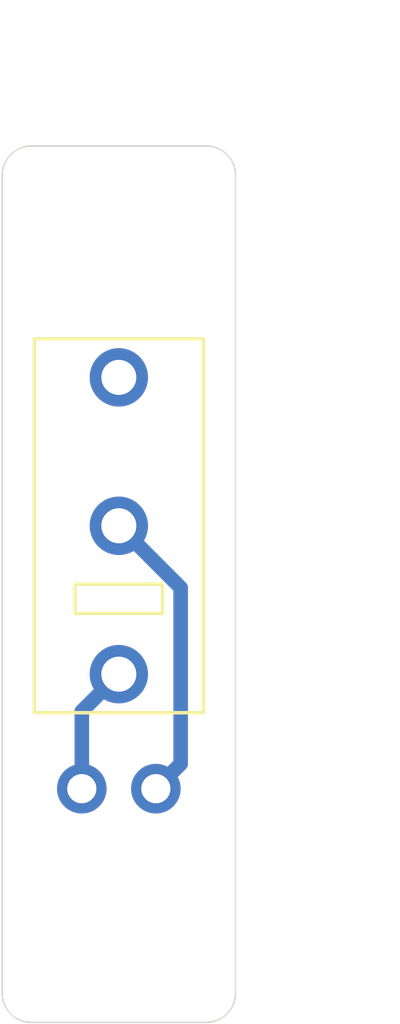
<source format=kicad_pcb>
(kicad_pcb (version 20171130) (host pcbnew "(5.1.10)-1")

  (general
    (thickness 1.6)
    (drawings 10)
    (tracks 5)
    (zones 0)
    (modules 4)
    (nets 4)
  )

  (page A4)
  (layers
    (0 F.Cu signal)
    (31 B.Cu signal)
    (32 B.Adhes user)
    (33 F.Adhes user)
    (34 B.Paste user)
    (35 F.Paste user)
    (36 B.SilkS user)
    (37 F.SilkS user)
    (38 B.Mask user)
    (39 F.Mask user)
    (40 Dwgs.User user)
    (41 Cmts.User user)
    (42 Eco1.User user)
    (43 Eco2.User user)
    (44 Edge.Cuts user)
    (45 Margin user)
    (46 B.CrtYd user)
    (47 F.CrtYd user)
    (48 B.Fab user)
    (49 F.Fab user)
  )

  (setup
    (last_trace_width 0.4)
    (user_trace_width 0.4)
    (trace_clearance 0.2)
    (zone_clearance 0.508)
    (zone_45_only no)
    (trace_min 0.2)
    (via_size 0.8)
    (via_drill 0.4)
    (via_min_size 0.4)
    (via_min_drill 0.3)
    (uvia_size 0.3)
    (uvia_drill 0.1)
    (uvias_allowed no)
    (uvia_min_size 0.2)
    (uvia_min_drill 0.1)
    (edge_width 0.05)
    (segment_width 0.2)
    (pcb_text_width 0.3)
    (pcb_text_size 1.5 1.5)
    (mod_edge_width 0.12)
    (mod_text_size 1 1)
    (mod_text_width 0.15)
    (pad_size 1.524 1.524)
    (pad_drill 0.762)
    (pad_to_mask_clearance 0)
    (aux_axis_origin 0 0)
    (visible_elements FFFFFF7F)
    (pcbplotparams
      (layerselection 0x010fc_ffffffff)
      (usegerberextensions true)
      (usegerberattributes true)
      (usegerberadvancedattributes false)
      (creategerberjobfile false)
      (excludeedgelayer true)
      (linewidth 0.100000)
      (plotframeref false)
      (viasonmask false)
      (mode 1)
      (useauxorigin false)
      (hpglpennumber 1)
      (hpglpenspeed 20)
      (hpglpendiameter 15.000000)
      (psnegative false)
      (psa4output false)
      (plotreference true)
      (plotvalue false)
      (plotinvisibletext false)
      (padsonsilk false)
      (subtractmaskfromsilk true)
      (outputformat 1)
      (mirror false)
      (drillshape 0)
      (scaleselection 1)
      (outputdirectory "../MouseSwitchMount-gerber/"))
  )

  (net 0 "")
  (net 1 "Net-(J1-Pad2)")
  (net 2 "Net-(J1-Pad1)")
  (net 3 "Net-(SW1-Pad1)")

  (net_class Default "This is the default net class."
    (clearance 0.2)
    (trace_width 0.25)
    (via_dia 0.8)
    (via_drill 0.4)
    (uvia_dia 0.3)
    (uvia_drill 0.1)
    (add_net "Net-(J1-Pad1)")
    (add_net "Net-(J1-Pad2)")
    (add_net "Net-(SW1-Pad1)")
  )

  (module MouseSwitch:MouseSwitch (layer F.Cu) (tedit 61645CD0) (tstamp 6164B01E)
    (at 200 100 180)
    (path /616454F3)
    (fp_text reference SW1 (at 0 7.62) (layer F.SilkS) hide
      (effects (font (size 1 1) (thickness 0.15)))
    )
    (fp_text value SW_Push_SPDT (at 0 -7.62) (layer F.Fab) hide
      (effects (font (size 1 1) (thickness 0.15)))
    )
    (fp_line (start -2.9 -6.4) (end 2.9 -6.4) (layer F.CrtYd) (width 0.12))
    (fp_line (start 2.9 -6.4) (end 2.9 6.4) (layer F.CrtYd) (width 0.12))
    (fp_line (start -2.9 6.4) (end 2.9 6.4) (layer F.CrtYd) (width 0.12))
    (fp_line (start -2.9 -6.4) (end -2.9 6.4) (layer F.CrtYd) (width 0.12))
    (fp_line (start -2.9 -6.4) (end -2.9 6.4) (layer F.SilkS) (width 0.12))
    (fp_line (start -2.9 6.4) (end 2.9 6.4) (layer F.SilkS) (width 0.12))
    (fp_line (start 2.9 -6.4) (end 2.9 6.4) (layer F.SilkS) (width 0.12))
    (fp_line (start -2.9 -6.4) (end 2.9 -6.4) (layer F.SilkS) (width 0.12))
    (fp_line (start -1.5 -3) (end 1.5 -3) (layer F.SilkS) (width 0.12))
    (fp_line (start 1.5 -3) (end 1.5 -2) (layer F.SilkS) (width 0.12))
    (fp_line (start 1.5 -2) (end -1.5 -2) (layer F.SilkS) (width 0.12))
    (fp_line (start -1.5 -2) (end -1.5 -3) (layer F.SilkS) (width 0.12))
    (pad 1 thru_hole circle (at 0 5.08 180) (size 2 2) (drill 1.2) (layers *.Cu *.Mask)
      (net 3 "Net-(SW1-Pad1)"))
    (pad 3 thru_hole circle (at 0 0 180) (size 2 2) (drill 1.2) (layers *.Cu *.Mask)
      (net 1 "Net-(J1-Pad2)"))
    (pad 2 thru_hole circle (at 0 -5.08 180) (size 2 2) (drill 1.2) (layers *.Cu *.Mask)
      (net 2 "Net-(J1-Pad1)"))
  )

  (module Connector_PinHeader_2.54mm:PinHeader_1x02_P2.54mm_Vertical (layer F.Cu) (tedit 616457CE) (tstamp 6164B013)
    (at 198.73 109 90)
    (descr "Through hole straight pin header, 1x02, 2.54mm pitch, single row")
    (tags "Through hole pin header THT 1x02 2.54mm single row")
    (path /61646017)
    (fp_text reference J1 (at 0 -2.33 90) (layer F.SilkS) hide
      (effects (font (size 1 1) (thickness 0.15)))
    )
    (fp_text value Conn_01x02 (at 0 4.87 90) (layer F.Fab) hide
      (effects (font (size 1 1) (thickness 0.15)))
    )
    (fp_text user %R (at 0 1.27 180) (layer F.Fab)
      (effects (font (size 1 1) (thickness 0.15)))
    )
    (fp_line (start -0.635 -1.27) (end 1.27 -1.27) (layer F.Fab) (width 0.1))
    (fp_line (start 1.27 -1.27) (end 1.27 3.81) (layer F.Fab) (width 0.1))
    (fp_line (start 1.27 3.81) (end -1.27 3.81) (layer F.Fab) (width 0.1))
    (fp_line (start -1.27 3.81) (end -1.27 -0.635) (layer F.Fab) (width 0.1))
    (fp_line (start -1.27 -0.635) (end -0.635 -1.27) (layer F.Fab) (width 0.1))
    (fp_line (start -1.8 -1.8) (end -1.8 4.35) (layer F.CrtYd) (width 0.05))
    (fp_line (start -1.8 4.35) (end 1.8 4.35) (layer F.CrtYd) (width 0.05))
    (fp_line (start 1.8 4.35) (end 1.8 -1.8) (layer F.CrtYd) (width 0.05))
    (fp_line (start 1.8 -1.8) (end -1.8 -1.8) (layer F.CrtYd) (width 0.05))
    (pad 2 thru_hole oval (at 0 2.54 90) (size 1.7 1.7) (drill 1) (layers *.Cu *.Mask)
      (net 1 "Net-(J1-Pad2)"))
    (pad 1 thru_hole circle (at 0 0 90) (size 1.7 1.7) (drill 1) (layers *.Cu *.Mask)
      (net 2 "Net-(J1-Pad1)"))
  )

  (module MountingHole:MountingHole_2.2mm_M2 (layer F.Cu) (tedit 56D1B4CB) (tstamp 6164B43D)
    (at 200 114)
    (descr "Mounting Hole 2.2mm, no annular, M2")
    (tags "mounting hole 2.2mm no annular m2")
    (path /6164AA93)
    (attr virtual)
    (fp_text reference H2 (at 0 -3.2) (layer F.SilkS) hide
      (effects (font (size 1 1) (thickness 0.15)))
    )
    (fp_text value MountingHole (at 0 3.2) (layer F.Fab) hide
      (effects (font (size 1 1) (thickness 0.15)))
    )
    (fp_text user %R (at 0.3 0) (layer F.Fab)
      (effects (font (size 1 1) (thickness 0.15)))
    )
    (fp_circle (center 0 0) (end 2.2 0) (layer Cmts.User) (width 0.15))
    (fp_circle (center 0 0) (end 2.45 0) (layer F.CrtYd) (width 0.05))
    (pad 1 np_thru_hole circle (at 0 0) (size 2.2 2.2) (drill 2.2) (layers *.Cu *.Mask))
  )

  (module MountingHole:MountingHole_2.2mm_M2 (layer F.Cu) (tedit 56D1B4CB) (tstamp 6164B1A6)
    (at 200 90)
    (descr "Mounting Hole 2.2mm, no annular, M2")
    (tags "mounting hole 2.2mm no annular m2")
    (path /6164A12F)
    (attr virtual)
    (fp_text reference H1 (at 0 -3.2) (layer F.SilkS) hide
      (effects (font (size 1 1) (thickness 0.15)))
    )
    (fp_text value MountingHole (at 0 3.2) (layer F.Fab) hide
      (effects (font (size 1 1) (thickness 0.15)))
    )
    (fp_text user %R (at 0.3 0) (layer F.Fab)
      (effects (font (size 1 1) (thickness 0.15)))
    )
    (fp_circle (center 0 0) (end 2.2 0) (layer Cmts.User) (width 0.15))
    (fp_circle (center 0 0) (end 2.45 0) (layer F.CrtYd) (width 0.05))
    (pad 1 np_thru_hole circle (at 0 0) (size 2.2 2.2) (drill 2.2) (layers *.Cu *.Mask))
  )

  (gr_arc (start 197 116) (end 196 116) (angle -90) (layer Edge.Cuts) (width 0.05))
  (gr_arc (start 203 116) (end 203 117) (angle -90) (layer Edge.Cuts) (width 0.05))
  (gr_arc (start 203 88) (end 204 88) (angle -90) (layer Edge.Cuts) (width 0.05))
  (gr_arc (start 197 88) (end 197 87) (angle -90) (layer Edge.Cuts) (width 0.05))
  (dimension 30 (width 0.15) (layer Cmts.User)
    (gr_text "30,000 mm" (at 208.3 102 270) (layer Cmts.User)
      (effects (font (size 1 1) (thickness 0.15)))
    )
    (feature1 (pts (xy 204 117) (xy 207.586421 117)))
    (feature2 (pts (xy 204 87) (xy 207.586421 87)))
    (crossbar (pts (xy 207 87) (xy 207 117)))
    (arrow1a (pts (xy 207 117) (xy 206.413579 115.873496)))
    (arrow1b (pts (xy 207 117) (xy 207.586421 115.873496)))
    (arrow2a (pts (xy 207 87) (xy 206.413579 88.126504)))
    (arrow2b (pts (xy 207 87) (xy 207.586421 88.126504)))
  )
  (dimension 8 (width 0.15) (layer Cmts.User)
    (gr_text "8,000 mm" (at 200 82.7) (layer Cmts.User) (tstamp 6164B644)
      (effects (font (size 1 1) (thickness 0.15)))
    )
    (feature1 (pts (xy 204 87) (xy 204 83.413579)))
    (feature2 (pts (xy 196 87) (xy 196 83.413579)))
    (crossbar (pts (xy 196 84) (xy 204 84)))
    (arrow1a (pts (xy 204 84) (xy 202.873496 84.586421)))
    (arrow1b (pts (xy 204 84) (xy 202.873496 83.413579)))
    (arrow2a (pts (xy 196 84) (xy 197.126504 84.586421)))
    (arrow2b (pts (xy 196 84) (xy 197.126504 83.413579)))
  )
  (gr_line (start 196 116) (end 196 88) (layer Edge.Cuts) (width 0.05) (tstamp 6164B45A))
  (gr_line (start 203 117) (end 197 117) (layer Edge.Cuts) (width 0.05))
  (gr_line (start 204 88) (end 204 116) (layer Edge.Cuts) (width 0.05))
  (gr_line (start 197 87) (end 203 87) (layer Edge.Cuts) (width 0.05))

  (segment (start 202.119999 108.150001) (end 201.27 109) (width 0.5) (layer B.Cu) (net 1))
  (segment (start 200 100) (end 202.119999 102.119999) (width 0.5) (layer B.Cu) (net 1))
  (segment (start 202.119999 102.119999) (end 202.119999 108.150001) (width 0.5) (layer B.Cu) (net 1))
  (segment (start 198.73 106.35) (end 200 105.08) (width 0.5) (layer B.Cu) (net 2) (status 1000000))
  (segment (start 198.73 109) (end 198.73 106.35) (width 0.5) (layer B.Cu) (net 2) (status 1000000))

)

</source>
